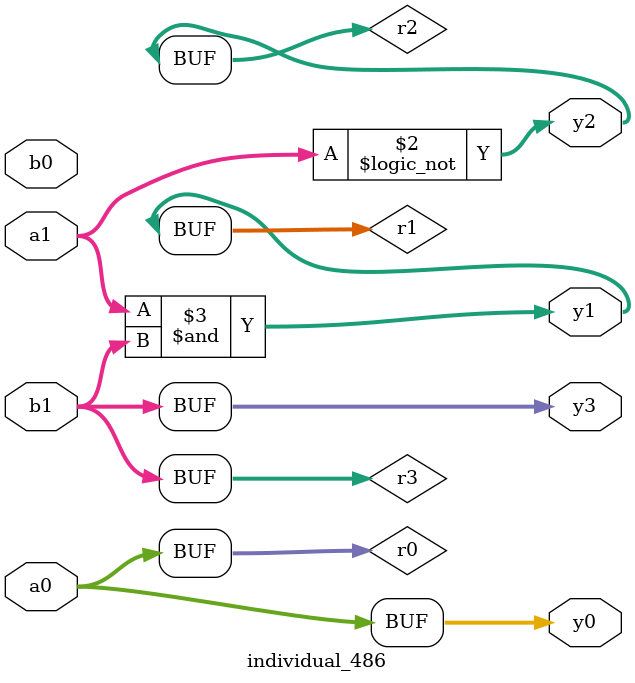
<source format=sv>
module individual_486(input logic [15:0] a1, input logic [15:0] a0, input logic [15:0] b1, input logic [15:0] b0, output logic [15:0] y3, output logic [15:0] y2, output logic [15:0] y1, output logic [15:0] y0);
logic [15:0] r0, r1, r2, r3; 
 always@(*) begin 
	 r0 = a0; r1 = a1; r2 = b0; r3 = b1; 
 	 r2 = ! r1 ;
 	 r1  &=  r3 ;
 	 y3 = r3; y2 = r2; y1 = r1; y0 = r0; 
end
endmodule
</source>
